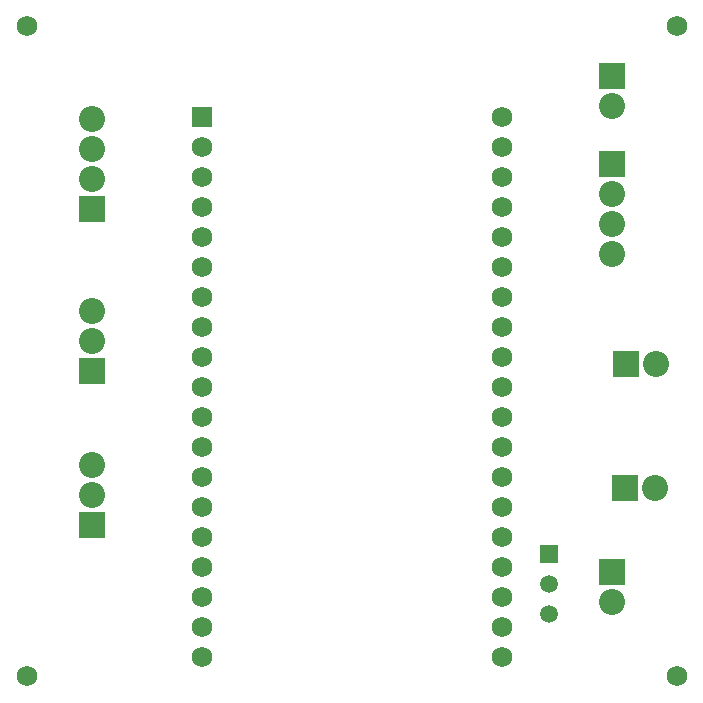
<source format=gbr>
G04*
G04 #@! TF.GenerationSoftware,Altium Limited,Altium Designer,22.4.2 (48)*
G04*
G04 Layer_Color=16711935*
%FSLAX44Y44*%
%MOMM*%
G71*
G04*
G04 #@! TF.SameCoordinates,401EAB3C-69B4-4000-897E-A26D65C5C49B*
G04*
G04*
G04 #@! TF.FilePolarity,Negative*
G04*
G01*
G75*
%ADD16C,1.7272*%
%ADD17C,2.2032*%
%ADD18R,2.2032X2.2032*%
%ADD19R,2.2032X2.2032*%
%ADD20R,1.7332X1.7332*%
%ADD21C,1.7332*%
%ADD22R,1.5012X1.5012*%
%ADD23C,1.5012*%
D16*
X575000Y575000D02*
D03*
X25000Y25000D02*
D03*
X575000D02*
D03*
X25000Y575000D02*
D03*
D17*
X80000Y496440D02*
D03*
Y445640D02*
D03*
Y471040D02*
D03*
Y333740D02*
D03*
Y308340D02*
D03*
Y203740D02*
D03*
Y178340D02*
D03*
X557700Y289560D02*
D03*
X556700Y184150D02*
D03*
X520000Y507300D02*
D03*
Y382270D02*
D03*
Y433070D02*
D03*
Y407670D02*
D03*
Y87630D02*
D03*
D18*
X80000Y420240D02*
D03*
Y282940D02*
D03*
Y152940D02*
D03*
X520000Y532700D02*
D03*
Y458470D02*
D03*
Y113030D02*
D03*
D19*
X532300Y289560D02*
D03*
X531300Y184150D02*
D03*
D20*
X173000Y498500D02*
D03*
D21*
Y473100D02*
D03*
Y447700D02*
D03*
Y422300D02*
D03*
Y396900D02*
D03*
Y371500D02*
D03*
Y346100D02*
D03*
Y320700D02*
D03*
Y295300D02*
D03*
Y269900D02*
D03*
Y244500D02*
D03*
Y219100D02*
D03*
Y193700D02*
D03*
Y168300D02*
D03*
Y142900D02*
D03*
Y117500D02*
D03*
Y92100D02*
D03*
Y66700D02*
D03*
Y41300D02*
D03*
X427000D02*
D03*
Y66700D02*
D03*
Y92100D02*
D03*
Y117500D02*
D03*
Y142900D02*
D03*
Y168300D02*
D03*
Y193700D02*
D03*
Y219100D02*
D03*
Y244500D02*
D03*
Y269900D02*
D03*
Y295300D02*
D03*
Y320700D02*
D03*
Y346100D02*
D03*
Y371500D02*
D03*
Y396900D02*
D03*
Y422300D02*
D03*
Y447700D02*
D03*
Y473100D02*
D03*
Y498500D02*
D03*
D22*
X467360Y128270D02*
D03*
D23*
Y102870D02*
D03*
Y77470D02*
D03*
M02*

</source>
